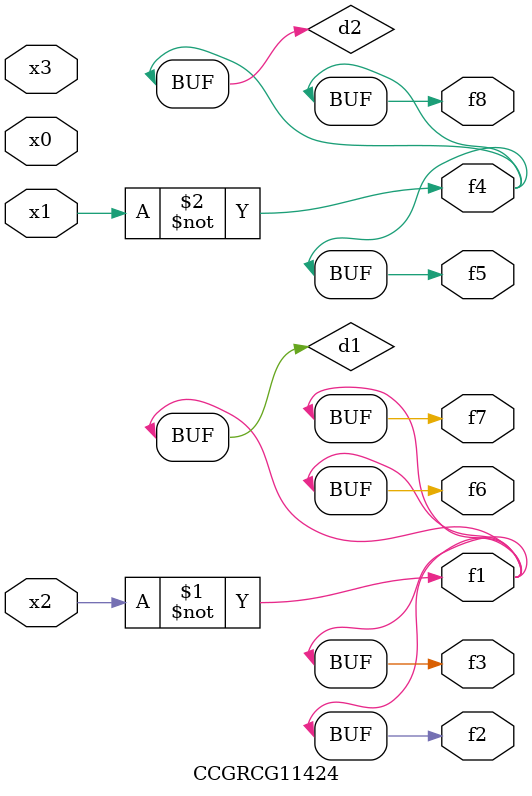
<source format=v>
module CCGRCG11424(
	input x0, x1, x2, x3,
	output f1, f2, f3, f4, f5, f6, f7, f8
);

	wire d1, d2;

	xnor (d1, x2);
	not (d2, x1);
	assign f1 = d1;
	assign f2 = d1;
	assign f3 = d1;
	assign f4 = d2;
	assign f5 = d2;
	assign f6 = d1;
	assign f7 = d1;
	assign f8 = d2;
endmodule

</source>
